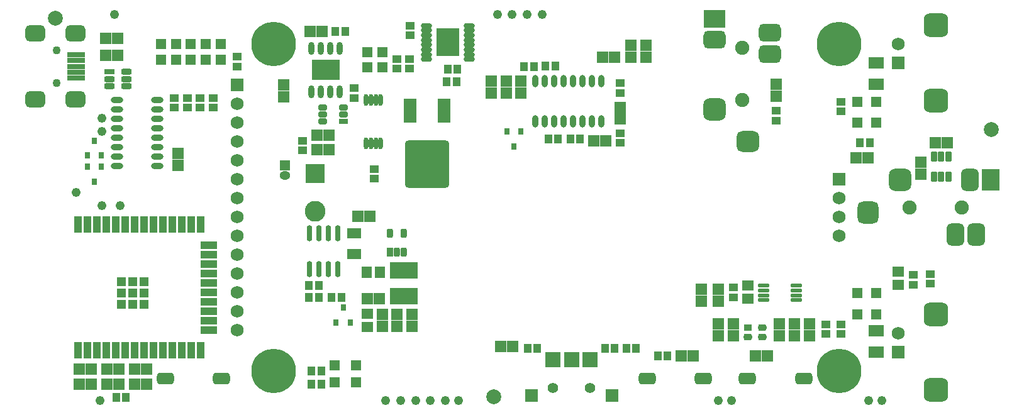
<source format=gts>
G04*
G04 #@! TF.GenerationSoftware,Altium Limited,Altium Designer,21.1.1 (26)*
G04*
G04 Layer_Color=8388736*
%FSLAX25Y25*%
%MOIN*%
G70*
G04*
G04 #@! TF.SameCoordinates,699B9FA1-69CE-4F8E-812B-AA759A78C5B1*
G04*
G04*
G04 #@! TF.FilePolarity,Negative*
G04*
G01*
G75*
%ADD82R,0.04540X0.04147*%
%ADD83R,0.04934X0.04934*%
%ADD84R,0.04343X0.08674*%
%ADD85R,0.04343X0.08674*%
%ADD86R,0.08674X0.04343*%
%ADD87R,0.08674X0.04343*%
G04:AMPARAMS|DCode=88|XSize=86.74mil|YSize=106.42mil|CornerRadius=23.68mil|HoleSize=0mil|Usage=FLASHONLY|Rotation=90.000|XOffset=0mil|YOffset=0mil|HoleType=Round|Shape=RoundedRectangle|*
%AMROUNDEDRECTD88*
21,1,0.08674,0.05906,0,0,90.0*
21,1,0.03937,0.10642,0,0,90.0*
1,1,0.04737,0.02953,0.01968*
1,1,0.04737,0.02953,-0.01968*
1,1,0.04737,-0.02953,-0.01968*
1,1,0.04737,-0.02953,0.01968*
%
%ADD88ROUNDEDRECTD88*%
%ADD89R,0.09658X0.02769*%
G04:AMPARAMS|DCode=90|XSize=31.62mil|YSize=55.24mil|CornerRadius=9.91mil|HoleSize=0mil|Usage=FLASHONLY|Rotation=90.000|XOffset=0mil|YOffset=0mil|HoleType=Round|Shape=RoundedRectangle|*
%AMROUNDEDRECTD90*
21,1,0.03162,0.03543,0,0,90.0*
21,1,0.01181,0.05524,0,0,90.0*
1,1,0.01981,0.01772,0.00591*
1,1,0.01981,0.01772,-0.00591*
1,1,0.01981,-0.01772,-0.00591*
1,1,0.01981,-0.01772,0.00591*
%
%ADD90ROUNDEDRECTD90*%
%ADD91R,0.05524X0.03162*%
%ADD92C,0.07874*%
%ADD93R,0.14580X0.08674*%
%ADD94O,0.02400X0.06312*%
G04:AMPARAMS|DCode=95|XSize=236.35mil|YSize=252.1mil|CornerRadius=21.13mil|HoleSize=0mil|Usage=FLASHONLY|Rotation=180.000|XOffset=0mil|YOffset=0mil|HoleType=Round|Shape=RoundedRectangle|*
%AMROUNDEDRECTD95*
21,1,0.23635,0.20984,0,0,180.0*
21,1,0.19410,0.25210,0,0,180.0*
1,1,0.04225,-0.09705,0.10492*
1,1,0.04225,0.09705,0.10492*
1,1,0.04225,0.09705,-0.10492*
1,1,0.04225,-0.09705,-0.10492*
%
%ADD95ROUNDEDRECTD95*%
%ADD96R,0.07099X0.12611*%
%ADD97R,0.03162X0.03556*%
%ADD98R,0.07099X0.07099*%
%ADD99R,0.08280X0.07887*%
G04:AMPARAMS|DCode=100|XSize=90.68mil|YSize=63.12mil|CornerRadius=17.78mil|HoleSize=0mil|Usage=FLASHONLY|Rotation=0.000|XOffset=0mil|YOffset=0mil|HoleType=Round|Shape=RoundedRectangle|*
%AMROUNDEDRECTD100*
21,1,0.09068,0.02756,0,0,0.0*
21,1,0.05512,0.06312,0,0,0.0*
1,1,0.03556,0.02756,-0.01378*
1,1,0.03556,-0.02756,-0.01378*
1,1,0.03556,-0.02756,0.01378*
1,1,0.03556,0.02756,0.01378*
%
%ADD100ROUNDEDRECTD100*%
G04:AMPARAMS|DCode=101|XSize=34mil|YSize=48mil|CornerRadius=10.5mil|HoleSize=0mil|Usage=FLASHONLY|Rotation=180.000|XOffset=0mil|YOffset=0mil|HoleType=Round|Shape=RoundedRectangle|*
%AMROUNDEDRECTD101*
21,1,0.03400,0.02700,0,0,180.0*
21,1,0.01300,0.04800,0,0,180.0*
1,1,0.02100,-0.00650,0.01350*
1,1,0.02100,0.00650,0.01350*
1,1,0.02100,0.00650,-0.01350*
1,1,0.02100,-0.00650,-0.01350*
%
%ADD101ROUNDEDRECTD101*%
%ADD102R,0.03400X0.04800*%
%ADD103R,0.04343X0.03556*%
G04:AMPARAMS|DCode=104|XSize=35.56mil|YSize=43.43mil|CornerRadius=10.89mil|HoleSize=0mil|Usage=FLASHONLY|Rotation=90.000|XOffset=0mil|YOffset=0mil|HoleType=Round|Shape=RoundedRectangle|*
%AMROUNDEDRECTD104*
21,1,0.03556,0.02165,0,0,90.0*
21,1,0.01378,0.04343,0,0,90.0*
1,1,0.02178,0.01083,0.00689*
1,1,0.02178,0.01083,-0.00689*
1,1,0.02178,-0.01083,-0.00689*
1,1,0.02178,-0.01083,0.00689*
%
%ADD104ROUNDEDRECTD104*%
G04:AMPARAMS|DCode=105|XSize=31.62mil|YSize=47.37mil|CornerRadius=9.91mil|HoleSize=0mil|Usage=FLASHONLY|Rotation=270.000|XOffset=0mil|YOffset=0mil|HoleType=Round|Shape=RoundedRectangle|*
%AMROUNDEDRECTD105*
21,1,0.03162,0.02756,0,0,270.0*
21,1,0.01181,0.04737,0,0,270.0*
1,1,0.01981,-0.01378,-0.00591*
1,1,0.01981,-0.01378,0.00591*
1,1,0.01981,0.01378,0.00591*
1,1,0.01981,0.01378,-0.00591*
%
%ADD105ROUNDEDRECTD105*%
%ADD106R,0.04737X0.03162*%
%ADD107R,0.14816X0.10800*%
%ADD108O,0.03162X0.06902*%
G04:AMPARAMS|DCode=109|XSize=24.14mil|YSize=57.21mil|CornerRadius=8.04mil|HoleSize=0mil|Usage=FLASHONLY|Rotation=270.000|XOffset=0mil|YOffset=0mil|HoleType=Round|Shape=RoundedRectangle|*
%AMROUNDEDRECTD109*
21,1,0.02414,0.04114,0,0,270.0*
21,1,0.00807,0.05721,0,0,270.0*
1,1,0.01607,-0.02057,-0.00404*
1,1,0.01607,-0.02057,0.00404*
1,1,0.01607,0.02057,0.00404*
1,1,0.01607,0.02057,-0.00404*
%
%ADD109ROUNDEDRECTD109*%
%ADD110R,0.12375X0.14895*%
%ADD111O,0.02965X0.08477*%
%ADD112O,0.06509X0.03162*%
%ADD113R,0.05524X0.05524*%
%ADD114R,0.05524X0.05524*%
%ADD115R,0.06115X0.05328*%
%ADD116R,0.05918X0.06312*%
%ADD117O,0.03162X0.06509*%
%ADD118R,0.07887X0.05918*%
%ADD119R,0.04737X0.04343*%
%ADD120R,0.07296X0.05524*%
%ADD121R,0.06312X0.05918*%
G04:AMPARAMS|DCode=122|XSize=31.62mil|YSize=51.31mil|CornerRadius=4.12mil|HoleSize=0mil|Usage=FLASHONLY|Rotation=0.000|XOffset=0mil|YOffset=0mil|HoleType=Round|Shape=RoundedRectangle|*
%AMROUNDEDRECTD122*
21,1,0.03162,0.04307,0,0,0.0*
21,1,0.02339,0.05131,0,0,0.0*
1,1,0.00824,0.01169,-0.02153*
1,1,0.00824,-0.01169,-0.02153*
1,1,0.00824,-0.01169,0.02153*
1,1,0.00824,0.01169,0.02153*
%
%ADD122ROUNDEDRECTD122*%
%ADD123O,0.06115X0.02276*%
%ADD124R,0.11824X0.09461*%
G04:AMPARAMS|DCode=125|XSize=94.61mil|YSize=118.24mil|CornerRadius=25.65mil|HoleSize=0mil|Usage=FLASHONLY|Rotation=270.000|XOffset=0mil|YOffset=0mil|HoleType=Round|Shape=RoundedRectangle|*
%AMROUNDEDRECTD125*
21,1,0.09461,0.06693,0,0,270.0*
21,1,0.04331,0.11824,0,0,270.0*
1,1,0.05131,-0.03347,-0.02165*
1,1,0.05131,-0.03347,0.02165*
1,1,0.05131,0.03347,0.02165*
1,1,0.05131,0.03347,-0.02165*
%
%ADD125ROUNDEDRECTD125*%
G04:AMPARAMS|DCode=126|XSize=118.24mil|YSize=118.24mil|CornerRadius=31.56mil|HoleSize=0mil|Usage=FLASHONLY|Rotation=270.000|XOffset=0mil|YOffset=0mil|HoleType=Round|Shape=RoundedRectangle|*
%AMROUNDEDRECTD126*
21,1,0.11824,0.05512,0,0,270.0*
21,1,0.05512,0.11824,0,0,270.0*
1,1,0.06312,-0.02756,-0.02756*
1,1,0.06312,-0.02756,0.02756*
1,1,0.06312,0.02756,0.02756*
1,1,0.06312,0.02756,-0.02756*
%
%ADD126ROUNDEDRECTD126*%
G04:AMPARAMS|DCode=127|XSize=110.36mil|YSize=118.24mil|CornerRadius=29.59mil|HoleSize=0mil|Usage=FLASHONLY|Rotation=270.000|XOffset=0mil|YOffset=0mil|HoleType=Round|Shape=RoundedRectangle|*
%AMROUNDEDRECTD127*
21,1,0.11036,0.05906,0,0,270.0*
21,1,0.05118,0.11824,0,0,270.0*
1,1,0.05918,-0.02953,-0.02559*
1,1,0.05918,-0.02953,0.02559*
1,1,0.05918,0.02953,0.02559*
1,1,0.05918,0.02953,-0.02559*
%
%ADD127ROUNDEDRECTD127*%
%ADD128R,0.04147X0.04540*%
G04:AMPARAMS|DCode=129|XSize=94.61mil|YSize=118.24mil|CornerRadius=25.65mil|HoleSize=0mil|Usage=FLASHONLY|Rotation=180.000|XOffset=0mil|YOffset=0mil|HoleType=Round|Shape=RoundedRectangle|*
%AMROUNDEDRECTD129*
21,1,0.09461,0.06693,0,0,180.0*
21,1,0.04331,0.11824,0,0,180.0*
1,1,0.05131,-0.02165,0.03347*
1,1,0.05131,0.02165,0.03347*
1,1,0.05131,0.02165,-0.03347*
1,1,0.05131,-0.02165,-0.03347*
%
%ADD129ROUNDEDRECTD129*%
G04:AMPARAMS|DCode=130|XSize=110.36mil|YSize=118.24mil|CornerRadius=29.59mil|HoleSize=0mil|Usage=FLASHONLY|Rotation=180.000|XOffset=0mil|YOffset=0mil|HoleType=Round|Shape=RoundedRectangle|*
%AMROUNDEDRECTD130*
21,1,0.11036,0.05906,0,0,180.0*
21,1,0.05118,0.11824,0,0,180.0*
1,1,0.05918,-0.02559,0.02953*
1,1,0.05918,0.02559,0.02953*
1,1,0.05918,0.02559,-0.02953*
1,1,0.05918,-0.02559,-0.02953*
%
%ADD130ROUNDEDRECTD130*%
G04:AMPARAMS|DCode=131|XSize=118.24mil|YSize=118.24mil|CornerRadius=31.56mil|HoleSize=0mil|Usage=FLASHONLY|Rotation=180.000|XOffset=0mil|YOffset=0mil|HoleType=Round|Shape=RoundedRectangle|*
%AMROUNDEDRECTD131*
21,1,0.11824,0.05512,0,0,180.0*
21,1,0.05512,0.11824,0,0,180.0*
1,1,0.06312,-0.02756,0.02756*
1,1,0.06312,0.02756,0.02756*
1,1,0.06312,0.02756,-0.02756*
1,1,0.06312,-0.02756,-0.02756*
%
%ADD131ROUNDEDRECTD131*%
%ADD132R,0.09461X0.11824*%
%ADD133R,0.05328X0.06115*%
%ADD134R,0.04343X0.04737*%
%ADD135C,0.23622*%
%ADD136R,0.06800X0.06800*%
%ADD137C,0.06800*%
%ADD138R,0.05724X0.05724*%
%ADD139O,0.05724X0.04543*%
G04:AMPARAMS|DCode=140|XSize=128mil|YSize=128mil|CornerRadius=34mil|HoleSize=0mil|Usage=FLASHONLY|Rotation=270.000|XOffset=0mil|YOffset=0mil|HoleType=Round|Shape=RoundedRectangle|*
%AMROUNDEDRECTD140*
21,1,0.12800,0.06000,0,0,270.0*
21,1,0.06000,0.12800,0,0,270.0*
1,1,0.06800,-0.03000,-0.03000*
1,1,0.06800,-0.03000,0.03000*
1,1,0.06800,0.03000,0.03000*
1,1,0.06800,0.03000,-0.03000*
%
%ADD140ROUNDEDRECTD140*%
%ADD141C,0.11000*%
%ADD142R,0.10000X0.10000*%
%ADD143C,0.04343*%
%ADD144C,0.05524*%
%ADD145C,0.04800*%
%ADD146C,0.07493*%
D82*
X725394Y365945D02*
D03*
Y371063D02*
D03*
X698819Y479134D02*
D03*
Y484252D02*
D03*
X733218Y371162D02*
D03*
Y366044D02*
D03*
X733268Y484055D02*
D03*
Y489173D02*
D03*
X780512Y397736D02*
D03*
Y392618D02*
D03*
X616142Y493898D02*
D03*
Y499016D02*
D03*
Y472441D02*
D03*
Y467323D02*
D03*
X475394Y491142D02*
D03*
Y496260D02*
D03*
X485827Y453543D02*
D03*
Y448425D02*
D03*
X498032Y506693D02*
D03*
Y511811D02*
D03*
X504921Y524409D02*
D03*
Y529528D02*
D03*
X504724Y506693D02*
D03*
Y511811D02*
D03*
X413386Y507874D02*
D03*
Y512992D02*
D03*
X447835Y463386D02*
D03*
Y468504D02*
D03*
X400591Y486024D02*
D03*
Y491142D02*
D03*
X393701Y486024D02*
D03*
Y491142D02*
D03*
X379921Y486024D02*
D03*
Y491142D02*
D03*
X386811Y486024D02*
D03*
Y491142D02*
D03*
D83*
X358048Y393643D02*
D03*
X352068D02*
D03*
X363998D02*
D03*
X352068Y387644D02*
D03*
X358048D02*
D03*
X363998D02*
D03*
Y381593D02*
D03*
X358048D02*
D03*
X352068D02*
D03*
D84*
X329051Y357283D02*
D03*
Y424213D02*
D03*
D85*
X334051Y357283D02*
D03*
X339052D02*
D03*
X344052D02*
D03*
X349051D02*
D03*
X354051D02*
D03*
X359071D02*
D03*
X364091D02*
D03*
X369091D02*
D03*
X374091D02*
D03*
X384091D02*
D03*
X379091D02*
D03*
X389071D02*
D03*
X394052D02*
D03*
X374091Y424213D02*
D03*
X334051D02*
D03*
X339052D02*
D03*
X344052D02*
D03*
X349051D02*
D03*
X354051D02*
D03*
X359071D02*
D03*
X364091D02*
D03*
X369091D02*
D03*
X379091D02*
D03*
X384091D02*
D03*
X389071D02*
D03*
X394052D02*
D03*
D86*
X398268Y413134D02*
D03*
Y408134D02*
D03*
Y403134D02*
D03*
Y398114D02*
D03*
Y393114D02*
D03*
Y388134D02*
D03*
Y383134D02*
D03*
Y378134D02*
D03*
Y373134D02*
D03*
D87*
Y368134D02*
D03*
D88*
X327681Y490354D02*
D03*
X306224D02*
D03*
Y525394D02*
D03*
X327681D02*
D03*
D89*
X328055Y501575D02*
D03*
Y504724D02*
D03*
Y514173D02*
D03*
Y511024D02*
D03*
Y507874D02*
D03*
D90*
X354672Y504921D02*
D03*
Y501181D02*
D03*
Y497441D02*
D03*
X345472D02*
D03*
Y501181D02*
D03*
D91*
Y504921D02*
D03*
D92*
X549213Y332677D02*
D03*
X316929Y533465D02*
D03*
X812992Y474409D02*
D03*
D93*
X501575Y399606D02*
D03*
Y386120D02*
D03*
D94*
X489370Y490158D02*
D03*
X486811D02*
D03*
X484252D02*
D03*
X481693D02*
D03*
X489370Y466929D02*
D03*
X486811D02*
D03*
X484252D02*
D03*
X481693D02*
D03*
D95*
X513976Y455905D02*
D03*
D96*
X504921Y484252D02*
D03*
X523032D02*
D03*
D97*
X465748Y372047D02*
D03*
X473228D02*
D03*
X469488Y379921D02*
D03*
X563779Y473425D02*
D03*
X556299D02*
D03*
X560039Y465551D02*
D03*
X337598Y468504D02*
D03*
X341339Y460630D02*
D03*
X333858D02*
D03*
X337598Y446850D02*
D03*
X333858Y454724D02*
D03*
X341339D02*
D03*
D98*
X611811Y333465D02*
D03*
X569291D02*
D03*
D99*
X600394Y352362D02*
D03*
X590551D02*
D03*
X580709D02*
D03*
D100*
X404948Y342520D02*
D03*
X375148D02*
D03*
X630633D02*
D03*
X660433D02*
D03*
X683783D02*
D03*
X713583D02*
D03*
D101*
X494291Y419488D02*
D03*
X501772D02*
D03*
Y409252D02*
D03*
X498032D02*
D03*
D102*
X494291D02*
D03*
D103*
X684055Y369488D02*
D03*
D104*
Y364370D02*
D03*
X691534Y369488D02*
D03*
Y364370D02*
D03*
D105*
X458661Y478740D02*
D03*
Y482480D02*
D03*
Y486221D02*
D03*
X469488D02*
D03*
Y482480D02*
D03*
D106*
Y478740D02*
D03*
D107*
X460177Y505905D02*
D03*
D108*
X467677Y494291D02*
D03*
X462677D02*
D03*
X457677D02*
D03*
X452677D02*
D03*
Y517520D02*
D03*
X457677D02*
D03*
X462677D02*
D03*
X467677D02*
D03*
D109*
X513779Y511614D02*
D03*
X536221D02*
D03*
Y514173D02*
D03*
Y516732D02*
D03*
Y519291D02*
D03*
Y521850D02*
D03*
Y524409D02*
D03*
Y526968D02*
D03*
Y529528D02*
D03*
X513779Y514173D02*
D03*
Y516732D02*
D03*
Y519291D02*
D03*
Y521850D02*
D03*
Y524409D02*
D03*
Y526968D02*
D03*
Y529528D02*
D03*
D110*
X525000Y520571D02*
D03*
D111*
X451693Y400394D02*
D03*
X456693D02*
D03*
X461693D02*
D03*
X466693D02*
D03*
Y419291D02*
D03*
X461693D02*
D03*
X456693D02*
D03*
X451693D02*
D03*
D112*
X370965Y454941D02*
D03*
Y459941D02*
D03*
Y464941D02*
D03*
Y469941D02*
D03*
Y474941D02*
D03*
Y479941D02*
D03*
Y484941D02*
D03*
Y489941D02*
D03*
X349508Y454941D02*
D03*
Y459941D02*
D03*
Y464941D02*
D03*
Y469941D02*
D03*
Y474941D02*
D03*
Y479941D02*
D03*
Y484941D02*
D03*
Y489941D02*
D03*
D113*
X396654Y511417D02*
D03*
Y519685D02*
D03*
X388779D02*
D03*
Y511417D02*
D03*
X751968Y477913D02*
D03*
X404528Y519685D02*
D03*
Y511417D02*
D03*
X380906Y519685D02*
D03*
Y511417D02*
D03*
X373031D02*
D03*
Y519685D02*
D03*
X465118Y349410D02*
D03*
X476378Y340551D02*
D03*
X490158Y515551D02*
D03*
Y507283D02*
D03*
X742126Y489173D02*
D03*
X751968Y387795D02*
D03*
X742126Y376535D02*
D03*
X482283Y507283D02*
D03*
Y515551D02*
D03*
D114*
X751968Y489173D02*
D03*
X476378Y349410D02*
D03*
X465118Y340551D02*
D03*
X742126Y477913D02*
D03*
X751968Y376535D02*
D03*
X742126Y387795D02*
D03*
D115*
X684055Y384842D02*
D03*
Y391732D02*
D03*
X763779Y392126D02*
D03*
Y399016D02*
D03*
X482283Y369783D02*
D03*
Y376673D02*
D03*
D116*
X606890Y512795D02*
D03*
X613189D02*
D03*
X329528Y347441D02*
D03*
X335827D02*
D03*
X349803Y513779D02*
D03*
X343504D02*
D03*
X349803Y522638D02*
D03*
X343504D02*
D03*
X329528Y339567D02*
D03*
X335827D02*
D03*
X741425Y459382D02*
D03*
X747724D02*
D03*
X789567Y467520D02*
D03*
X783268D02*
D03*
X654921Y354331D02*
D03*
X648622D02*
D03*
X694291D02*
D03*
X687992D02*
D03*
X608661Y468504D02*
D03*
X602362D02*
D03*
X462008Y471457D02*
D03*
X455709D02*
D03*
X462008Y463583D02*
D03*
X455709D02*
D03*
X482283Y384646D02*
D03*
X488583D02*
D03*
X458268Y526378D02*
D03*
X451968D02*
D03*
X477165Y428346D02*
D03*
X483465D02*
D03*
X552953Y359252D02*
D03*
X559252D02*
D03*
X350590Y339567D02*
D03*
X344291D02*
D03*
X350590Y347441D02*
D03*
X344291D02*
D03*
X365354D02*
D03*
X359055D02*
D03*
X365354Y339567D02*
D03*
X359055D02*
D03*
D117*
X606260Y500197D02*
D03*
X601260D02*
D03*
X596260D02*
D03*
X591260D02*
D03*
X586260D02*
D03*
X581260D02*
D03*
X576260D02*
D03*
X571260D02*
D03*
X606260Y478740D02*
D03*
X601260D02*
D03*
X596260D02*
D03*
X591260D02*
D03*
X586260D02*
D03*
X581260D02*
D03*
X576260D02*
D03*
X571260D02*
D03*
D118*
X751968Y509842D02*
D03*
Y498425D02*
D03*
Y367717D02*
D03*
Y356299D02*
D03*
D119*
X676181Y385433D02*
D03*
Y390748D02*
D03*
X771654Y392126D02*
D03*
Y397441D02*
D03*
D120*
X475394Y419291D02*
D03*
Y408268D02*
D03*
D121*
X775591Y450787D02*
D03*
Y457087D02*
D03*
X668307Y383465D02*
D03*
Y389764D02*
D03*
X659449D02*
D03*
Y383465D02*
D03*
X676181Y365158D02*
D03*
Y371457D02*
D03*
X668307Y365158D02*
D03*
Y371457D02*
D03*
X700787Y365158D02*
D03*
Y371457D02*
D03*
X708661Y365158D02*
D03*
Y371457D02*
D03*
X716535Y365158D02*
D03*
Y371457D02*
D03*
X698819Y498425D02*
D03*
Y492126D02*
D03*
X548032Y493898D02*
D03*
Y500197D02*
D03*
X555905Y493898D02*
D03*
Y500197D02*
D03*
X563779Y493898D02*
D03*
Y500197D02*
D03*
X622047Y519095D02*
D03*
Y512795D02*
D03*
X629921Y519095D02*
D03*
Y512795D02*
D03*
X616142Y479921D02*
D03*
Y486221D02*
D03*
X437992Y498032D02*
D03*
Y491732D02*
D03*
X498032Y376378D02*
D03*
Y370079D02*
D03*
X490158Y376378D02*
D03*
Y370079D02*
D03*
X505905Y376378D02*
D03*
Y370079D02*
D03*
X381890Y455315D02*
D03*
Y461614D02*
D03*
D122*
X790158Y449409D02*
D03*
X786417D02*
D03*
X782677D02*
D03*
Y460039D02*
D03*
X786417D02*
D03*
X790158D02*
D03*
D123*
X709744Y383957D02*
D03*
Y386516D02*
D03*
Y389075D02*
D03*
Y391634D02*
D03*
X692224Y383957D02*
D03*
Y386516D02*
D03*
Y389075D02*
D03*
Y391634D02*
D03*
D124*
X666339Y533071D02*
D03*
D125*
Y522047D02*
D03*
X695472Y525591D02*
D03*
Y514567D02*
D03*
D126*
X666339Y485039D02*
D03*
D127*
X683858Y468110D02*
D03*
D128*
X354331Y332283D02*
D03*
X349213D02*
D03*
X748511Y467256D02*
D03*
X743393D02*
D03*
X465354Y526378D02*
D03*
X470472D02*
D03*
X576772Y508071D02*
D03*
X581890D02*
D03*
X565354Y507874D02*
D03*
X570472D02*
D03*
X578150Y469488D02*
D03*
X583268D02*
D03*
X589961D02*
D03*
X595079D02*
D03*
X641339Y354331D02*
D03*
X636221D02*
D03*
X463386Y385433D02*
D03*
X468504D02*
D03*
X451378Y391732D02*
D03*
X456496D02*
D03*
X451378Y385433D02*
D03*
X456496D02*
D03*
X529921Y506299D02*
D03*
X524803D02*
D03*
X567323Y358268D02*
D03*
X572441D02*
D03*
X613386D02*
D03*
X608268D02*
D03*
X624606D02*
D03*
X619488D02*
D03*
X457835Y339567D02*
D03*
X452716D02*
D03*
X457835Y346457D02*
D03*
X452716D02*
D03*
D129*
X794095Y418701D02*
D03*
X805118D02*
D03*
X801575Y447835D02*
D03*
D130*
X747638Y430315D02*
D03*
D131*
X764567Y447835D02*
D03*
D132*
X812598D02*
D03*
D133*
X481988Y398819D02*
D03*
X488878D02*
D03*
D134*
X524213Y499606D02*
D03*
X529528D02*
D03*
D135*
X432756Y519685D02*
D03*
Y346457D02*
D03*
X732283D02*
D03*
Y519685D02*
D03*
D136*
Y448071D02*
D03*
X413386Y498071D02*
D03*
X763779Y356299D02*
D03*
Y509842D02*
D03*
D137*
X732283Y438071D02*
D03*
Y428071D02*
D03*
Y418071D02*
D03*
X413386Y368071D02*
D03*
Y378071D02*
D03*
Y388071D02*
D03*
Y398071D02*
D03*
Y408071D02*
D03*
Y418071D02*
D03*
Y428071D02*
D03*
Y438071D02*
D03*
Y448071D02*
D03*
Y458071D02*
D03*
Y468071D02*
D03*
Y478071D02*
D03*
Y488071D02*
D03*
X763779Y366299D02*
D03*
Y519842D02*
D03*
D138*
X438583Y455556D02*
D03*
D139*
Y449956D02*
D03*
D140*
X783779Y336299D02*
D03*
Y376299D02*
D03*
Y529843D02*
D03*
Y489843D02*
D03*
D141*
X454724Y431102D02*
D03*
D142*
Y451102D02*
D03*
D143*
X317524Y499213D02*
D03*
Y516535D02*
D03*
D144*
X600394Y337402D02*
D03*
X580709D02*
D03*
D145*
X566929Y535433D02*
D03*
X668307Y330709D02*
D03*
X675197D02*
D03*
X530512D02*
D03*
X340551D02*
D03*
X559055Y535433D02*
D03*
X551181D02*
D03*
X754921Y330709D02*
D03*
X748032D02*
D03*
X574803Y535433D02*
D03*
X341535Y434055D02*
D03*
Y480315D02*
D03*
Y473425D02*
D03*
X348425Y535433D02*
D03*
X507874Y330709D02*
D03*
X515748D02*
D03*
X523622D02*
D03*
X492126D02*
D03*
X500000D02*
D03*
X328004Y440917D02*
D03*
X351378Y434055D02*
D03*
D146*
X681102Y490158D02*
D03*
Y517717D02*
D03*
X797244Y433071D02*
D03*
X769685D02*
D03*
M02*

</source>
